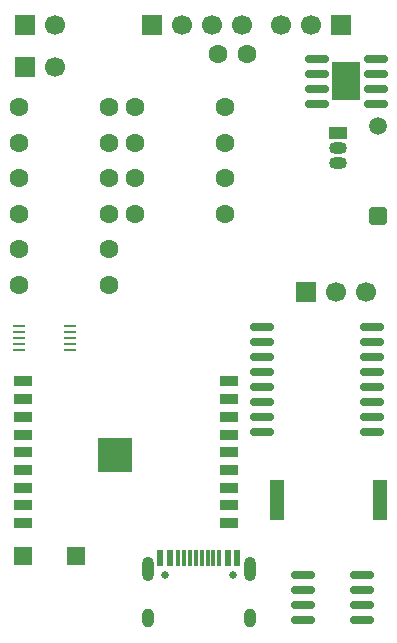
<source format=gbr>
%TF.GenerationSoftware,KiCad,Pcbnew,9.0.3*%
%TF.CreationDate,2025-08-16T12:14:02+01:00*%
%TF.ProjectId,cheetoPet,63686565-746f-4506-9574-2e6b69636164,rev?*%
%TF.SameCoordinates,Original*%
%TF.FileFunction,Soldermask,Bot*%
%TF.FilePolarity,Negative*%
%FSLAX46Y46*%
G04 Gerber Fmt 4.6, Leading zero omitted, Abs format (unit mm)*
G04 Created by KiCad (PCBNEW 9.0.3) date 2025-08-16 12:14:02*
%MOMM*%
%LPD*%
G01*
G04 APERTURE LIST*
G04 Aperture macros list*
%AMRoundRect*
0 Rectangle with rounded corners*
0 $1 Rounding radius*
0 $2 $3 $4 $5 $6 $7 $8 $9 X,Y pos of 4 corners*
0 Add a 4 corners polygon primitive as box body*
4,1,4,$2,$3,$4,$5,$6,$7,$8,$9,$2,$3,0*
0 Add four circle primitives for the rounded corners*
1,1,$1+$1,$2,$3*
1,1,$1+$1,$4,$5*
1,1,$1+$1,$6,$7*
1,1,$1+$1,$8,$9*
0 Add four rect primitives between the rounded corners*
20,1,$1+$1,$2,$3,$4,$5,0*
20,1,$1+$1,$4,$5,$6,$7,0*
20,1,$1+$1,$6,$7,$8,$9,0*
20,1,$1+$1,$8,$9,$2,$3,0*%
G04 Aperture macros list end*
%ADD10C,1.700000*%
%ADD11R,1.700000X1.700000*%
%ADD12C,1.600000*%
%ADD13R,1.300000X3.400000*%
%ADD14R,1.600000X1.500000*%
%ADD15RoundRect,0.150000X0.825000X0.150000X-0.825000X0.150000X-0.825000X-0.150000X0.825000X-0.150000X0*%
%ADD16R,2.410000X3.300000*%
%ADD17RoundRect,0.250001X0.499999X-0.499999X0.499999X0.499999X-0.499999X0.499999X-0.499999X-0.499999X0*%
%ADD18C,1.500000*%
%ADD19RoundRect,0.150000X0.875000X0.150000X-0.875000X0.150000X-0.875000X-0.150000X0.875000X-0.150000X0*%
%ADD20R,1.500000X1.050000*%
%ADD21O,1.500000X1.050000*%
%ADD22R,1.100000X0.250000*%
%ADD23C,0.650000*%
%ADD24R,0.600000X1.450000*%
%ADD25R,0.300000X1.450000*%
%ADD26O,1.000000X1.600000*%
%ADD27O,1.000000X2.100000*%
%ADD28R,1.500000X0.900000*%
%ADD29C,0.600000*%
%ADD30R,2.900000X2.900000*%
G04 APERTURE END LIST*
D10*
%TO.C,SW4*%
X165260000Y-77400000D03*
X167800000Y-77400000D03*
D11*
X170340000Y-77400000D03*
%TD*%
%TO.C,J1*%
X154360000Y-77400000D03*
D10*
X156900000Y-77400000D03*
X159440000Y-77400000D03*
X161980000Y-77400000D03*
%TD*%
D12*
%TO.C,R6*%
X150710000Y-87400000D03*
X143090000Y-87400000D03*
%TD*%
D13*
%TO.C,LS1*%
X173650000Y-117600000D03*
X164950000Y-117600000D03*
%TD*%
D14*
%TO.C,SW5*%
X147900000Y-122400000D03*
X143400000Y-122400000D03*
%TD*%
D12*
%TO.C,R8*%
X143090000Y-84400000D03*
X150710000Y-84400000D03*
%TD*%
%TO.C,R3*%
X150700000Y-93400000D03*
X143080000Y-93400000D03*
%TD*%
D15*
%TO.C,U3*%
X173275000Y-80295000D03*
X173275000Y-81565000D03*
X173275000Y-82835000D03*
X173275000Y-84105000D03*
X168325000Y-84105000D03*
X168325000Y-82835000D03*
X168325000Y-81565000D03*
X168325000Y-80295000D03*
D16*
X170800000Y-82200000D03*
%TD*%
D11*
%TO.C,J2*%
X167420000Y-100000000D03*
D10*
X169960000Y-100000000D03*
X172500000Y-100000000D03*
%TD*%
D17*
%TO.C,D1*%
X173500000Y-93620000D03*
D18*
X173500000Y-86000000D03*
%TD*%
D19*
%TO.C,U1*%
X172950000Y-102955000D03*
X172950000Y-104225000D03*
X172950000Y-105495000D03*
X172950000Y-106765000D03*
X172950000Y-108035000D03*
X172950000Y-109305000D03*
X172950000Y-110575000D03*
X172950000Y-111845000D03*
X163650000Y-111845000D03*
X163650000Y-110575000D03*
X163650000Y-109305000D03*
X163650000Y-108035000D03*
X163650000Y-106765000D03*
X163650000Y-105495000D03*
X163650000Y-104225000D03*
X163650000Y-102955000D03*
%TD*%
D20*
%TO.C,U6*%
X170100000Y-86530000D03*
D21*
X170100000Y-87800000D03*
X170100000Y-89070000D03*
%TD*%
D12*
%TO.C,R2*%
X150700000Y-99400000D03*
X143080000Y-99400000D03*
%TD*%
%TO.C,R4*%
X150700000Y-90400000D03*
X143080000Y-90400000D03*
%TD*%
D15*
%TO.C,U7*%
X172100000Y-123990000D03*
X172100000Y-125260000D03*
X172100000Y-126530000D03*
X172100000Y-127800000D03*
X167150000Y-127800000D03*
X167150000Y-126530000D03*
X167150000Y-125260000D03*
X167150000Y-123990000D03*
%TD*%
D12*
%TO.C,R7*%
X160510000Y-93400000D03*
X152890000Y-93400000D03*
%TD*%
D22*
%TO.C,U5*%
X143100000Y-104900000D03*
X143100000Y-104400000D03*
X143100000Y-103900000D03*
X143100000Y-103400000D03*
X143100000Y-102900000D03*
X147400000Y-102900000D03*
X147400000Y-103400000D03*
X147400000Y-103900000D03*
X147400000Y-104400000D03*
X147400000Y-104900000D03*
%TD*%
D12*
%TO.C,C1*%
X159900000Y-79900000D03*
X162400000Y-79900000D03*
%TD*%
%TO.C,R5*%
X150700000Y-96400000D03*
X143080000Y-96400000D03*
%TD*%
D23*
%TO.C,P1*%
X161190000Y-124000000D03*
X155410000Y-124000000D03*
D24*
X161550000Y-122555000D03*
X160750000Y-122555000D03*
D25*
X159550000Y-122555000D03*
X158550000Y-122555000D03*
X158050000Y-122555000D03*
X157050000Y-122555000D03*
D24*
X155850000Y-122555000D03*
X155050000Y-122555000D03*
X155050000Y-122555000D03*
X155850000Y-122555000D03*
D25*
X156550000Y-122555000D03*
X157550000Y-122555000D03*
X159050000Y-122555000D03*
X160050000Y-122555000D03*
D24*
X160750000Y-122555000D03*
X161550000Y-122555000D03*
D26*
X162620000Y-127650000D03*
D27*
X162620000Y-123470000D03*
D26*
X153980000Y-127650000D03*
D27*
X153980000Y-123470000D03*
%TD*%
D11*
%TO.C,BT2*%
X143625000Y-81000000D03*
D10*
X146165000Y-81000000D03*
%TD*%
D12*
%TO.C,R9*%
X160510000Y-84400000D03*
X152890000Y-84400000D03*
%TD*%
%TO.C,R12*%
X160510000Y-90400000D03*
X152890000Y-90400000D03*
%TD*%
D28*
%TO.C,U4*%
X160900000Y-107600000D03*
X160900000Y-109100000D03*
X160900000Y-110600000D03*
X160900000Y-112100000D03*
X160900000Y-113600000D03*
X160900000Y-115100000D03*
X160900000Y-116600000D03*
X160900000Y-118100000D03*
X160900000Y-119600000D03*
X143400000Y-119600000D03*
X143400000Y-118100000D03*
X143400000Y-116600000D03*
X143400000Y-115100000D03*
X143400000Y-113600000D03*
X143400000Y-112100000D03*
X143400000Y-110600000D03*
X143400000Y-109100000D03*
X143400000Y-107600000D03*
D29*
X152290000Y-114350000D03*
X152290000Y-113250000D03*
X151740000Y-114900000D03*
X151740000Y-113800000D03*
X151740000Y-112700000D03*
X151190000Y-114350000D03*
D30*
X151190000Y-113800000D03*
D29*
X151190000Y-113250000D03*
X150640000Y-114900000D03*
X150640000Y-113800000D03*
X150640000Y-112700000D03*
X150090000Y-114350000D03*
X150090000Y-113250000D03*
%TD*%
D11*
%TO.C,BT1*%
X143625000Y-77400000D03*
D10*
X146165000Y-77400000D03*
%TD*%
D12*
%TO.C,R10*%
X160510000Y-87400000D03*
X152890000Y-87400000D03*
%TD*%
M02*

</source>
